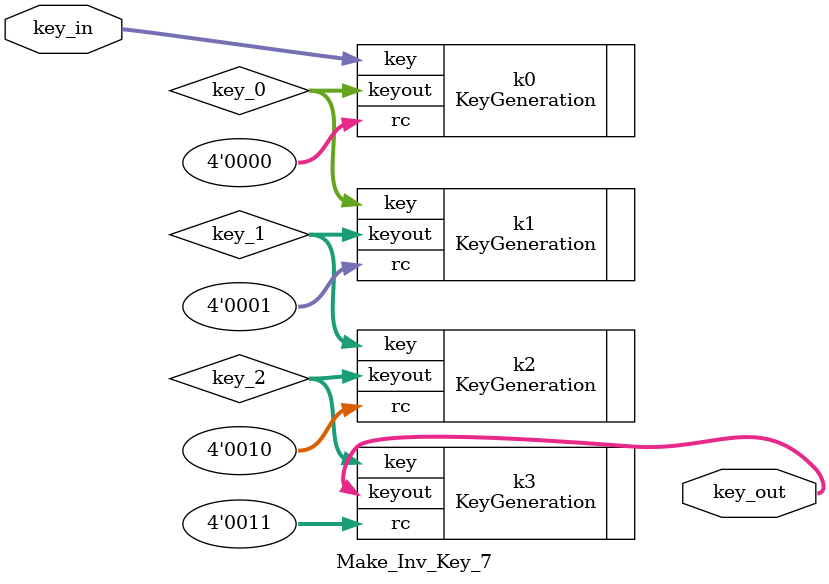
<source format=v>

module Make_Inv_Key_7(
    input [127 : 0] key_in,
    output [127 : 0] key_out
);

    wire [127 : 0] key_0, key_1, key_2, key_3, key_4, key_5, key_6, key_7, key_8, key_9;


    KeyGeneration k0(
        .rc(4'h0),
        .key(key_in),
        .keyout(key_0)
    );

    KeyGeneration k1(
        .rc(4'h1),
        .key(key_0),
        .keyout(key_1)
    );

    KeyGeneration k2(
        .rc(4'h2),
        .key(key_1),
        .keyout(key_2)
    );

    KeyGeneration k3(
        .rc(4'h3),
        .key(key_2),
        .keyout(key_out)
    );

endmodule
</source>
